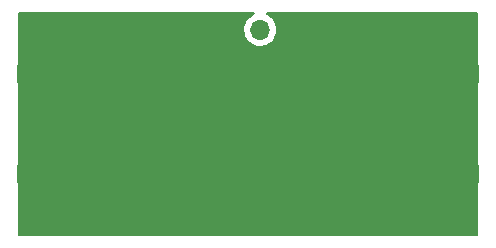
<source format=gbr>
%TF.GenerationSoftware,KiCad,Pcbnew,(5.99.0-7233-g6a28d6af27)*%
%TF.CreationDate,2021-07-20T18:44:52+02:00*%
%TF.ProjectId,lna,6c6e612e-6b69-4636-9164-5f7063625858,rev?*%
%TF.SameCoordinates,Original*%
%TF.FileFunction,Copper,L2,Bot*%
%TF.FilePolarity,Positive*%
%FSLAX46Y46*%
G04 Gerber Fmt 4.6, Leading zero omitted, Abs format (unit mm)*
G04 Created by KiCad (PCBNEW (5.99.0-7233-g6a28d6af27)) date 2021-07-20 18:44:52*
%MOMM*%
%LPD*%
G01*
G04 APERTURE LIST*
%TA.AperFunction,SMDPad,CuDef*%
%ADD10R,5.080000X1.500000*%
%TD*%
%TA.AperFunction,ComponentPad*%
%ADD11R,1.700000X1.700000*%
%TD*%
%TA.AperFunction,ComponentPad*%
%ADD12O,1.700000X1.700000*%
%TD*%
%TA.AperFunction,ViaPad*%
%ADD13C,0.800000*%
%TD*%
%TA.AperFunction,Conductor*%
%ADD14C,1.000000*%
%TD*%
G04 APERTURE END LIST*
D10*
%TO.P,J3,2,Ext*%
%TO.N,GND*%
X162000000Y-99250000D03*
X162000000Y-90750000D03*
%TD*%
D11*
%TO.P,J2,1,GND*%
%TO.N,GND*%
X143500000Y-87000000D03*
D12*
%TO.P,J2,2,5V*%
%TO.N,5V*%
X146040000Y-87000000D03*
%TD*%
D10*
%TO.P,J1,2,Ext*%
%TO.N,GND*%
X128000000Y-99250000D03*
X128000000Y-90750000D03*
%TD*%
D13*
%TO.N,GND*%
X137000000Y-103000000D03*
X162000000Y-103000000D03*
X149000000Y-97300000D03*
X134000000Y-87000000D03*
X149000000Y-103000000D03*
X158000000Y-103000000D03*
X140000000Y-97300000D03*
X148000000Y-90000000D03*
X137000000Y-87000000D03*
X134000000Y-97300000D03*
X157275000Y-89000000D03*
X137000000Y-90000000D03*
X131000000Y-87000000D03*
X151000000Y-90000000D03*
X134000000Y-92000000D03*
X156000000Y-92000000D03*
X145000000Y-94862500D03*
X128000000Y-90000000D03*
X137000000Y-92000000D03*
X131000000Y-90000000D03*
X146000000Y-97300000D03*
X143000000Y-103000000D03*
X131000000Y-100000000D03*
X131000000Y-103000000D03*
X134000000Y-103000000D03*
X137000000Y-97300000D03*
X158000000Y-97300000D03*
X151200000Y-100200000D03*
X155000000Y-103000000D03*
X148000000Y-92000000D03*
X134000000Y-100000000D03*
X159000000Y-90000000D03*
X157275000Y-90800000D03*
X140000000Y-92000000D03*
X140000000Y-100000000D03*
X159000000Y-92000000D03*
X159000000Y-87000000D03*
X128000000Y-103000000D03*
X146000000Y-103000000D03*
X162000000Y-100000000D03*
X152000000Y-103000000D03*
X162000000Y-87000000D03*
X158000000Y-100000000D03*
X155000000Y-97300000D03*
X140000000Y-103000000D03*
X162000000Y-90000000D03*
X155000000Y-100000000D03*
X128000000Y-87000000D03*
X143000000Y-97300000D03*
X137000000Y-100000000D03*
X140000000Y-90000000D03*
X134000000Y-90000000D03*
X128000000Y-100000000D03*
X152000000Y-97300000D03*
X140000000Y-87000000D03*
%TD*%
D14*
%TO.N,GND*%
X128000000Y-90750000D02*
X128000000Y-90500000D01*
X162000000Y-99250000D02*
X162000000Y-90750000D01*
X128000000Y-99500000D02*
X128000000Y-99250000D01*
X128000000Y-99250000D02*
X128000000Y-90750000D01*
X162000000Y-90750000D02*
X162000000Y-90500000D01*
X162000000Y-99250000D02*
X162000000Y-99500000D01*
%TD*%
%TA.AperFunction,Conductor*%
%TO.N,GND*%
G36*
X145525658Y-85527832D02*
G01*
X145572151Y-85581488D01*
X145582255Y-85651762D01*
X145552761Y-85716342D01*
X145503818Y-85751022D01*
X145433740Y-85778697D01*
X145236631Y-85898306D01*
X145232601Y-85901803D01*
X145139426Y-85982656D01*
X145062492Y-86049415D01*
X145059109Y-86053541D01*
X145059105Y-86053545D01*
X144986768Y-86141767D01*
X144916304Y-86227705D01*
X144802245Y-86428077D01*
X144723578Y-86644802D01*
X144722629Y-86650051D01*
X144722628Y-86650054D01*
X144700890Y-86770265D01*
X144682551Y-86871683D01*
X144682500Y-86877023D01*
X144681097Y-87023210D01*
X144680338Y-87102233D01*
X144717002Y-87329861D01*
X144791494Y-87548056D01*
X144901685Y-87750580D01*
X145044424Y-87931644D01*
X145048389Y-87935220D01*
X145211659Y-88082489D01*
X145211665Y-88082494D01*
X145215629Y-88086069D01*
X145410406Y-88209439D01*
X145623184Y-88298228D01*
X145628387Y-88299425D01*
X145628392Y-88299426D01*
X145842678Y-88348701D01*
X145842683Y-88348702D01*
X145847881Y-88349897D01*
X145853209Y-88350200D01*
X145853212Y-88350200D01*
X146009293Y-88359063D01*
X146078071Y-88362968D01*
X146083378Y-88362368D01*
X146083380Y-88362368D01*
X146204272Y-88348701D01*
X146307173Y-88337068D01*
X146312288Y-88335587D01*
X146312292Y-88335586D01*
X146441298Y-88298228D01*
X146528635Y-88272937D01*
X146736125Y-88172409D01*
X146740463Y-88169309D01*
X146740468Y-88169306D01*
X146919370Y-88041459D01*
X146923711Y-88038357D01*
X147086030Y-87874617D01*
X147173043Y-87750580D01*
X147215375Y-87690236D01*
X147215376Y-87690234D01*
X147218439Y-87685868D01*
X147317153Y-87477508D01*
X147379349Y-87255494D01*
X147403249Y-87026176D01*
X147403500Y-87000000D01*
X147403250Y-86997052D01*
X147384458Y-86775576D01*
X147384457Y-86775572D01*
X147384007Y-86770265D01*
X147326084Y-86547098D01*
X147274731Y-86433098D01*
X147233578Y-86341743D01*
X147233577Y-86341741D01*
X147231388Y-86336882D01*
X147102627Y-86145626D01*
X146943482Y-85978799D01*
X146758504Y-85841171D01*
X146753753Y-85838755D01*
X146753749Y-85838753D01*
X146571606Y-85746147D01*
X146519948Y-85697444D01*
X146502822Y-85628544D01*
X146525664Y-85561322D01*
X146581223Y-85517121D01*
X146628711Y-85507830D01*
X164365670Y-85507830D01*
X164433791Y-85527832D01*
X164480284Y-85581488D01*
X164491670Y-85633830D01*
X164491670Y-104365790D01*
X164471668Y-104433911D01*
X164418012Y-104480404D01*
X164365670Y-104491790D01*
X125633750Y-104491790D01*
X125565629Y-104471788D01*
X125519136Y-104418132D01*
X125507750Y-104365790D01*
X125507750Y-85633830D01*
X125527752Y-85565709D01*
X125581408Y-85519216D01*
X125633750Y-85507830D01*
X145457537Y-85507830D01*
X145525658Y-85527832D01*
G37*
%TD.AperFunction*%
%TD*%
M02*

</source>
